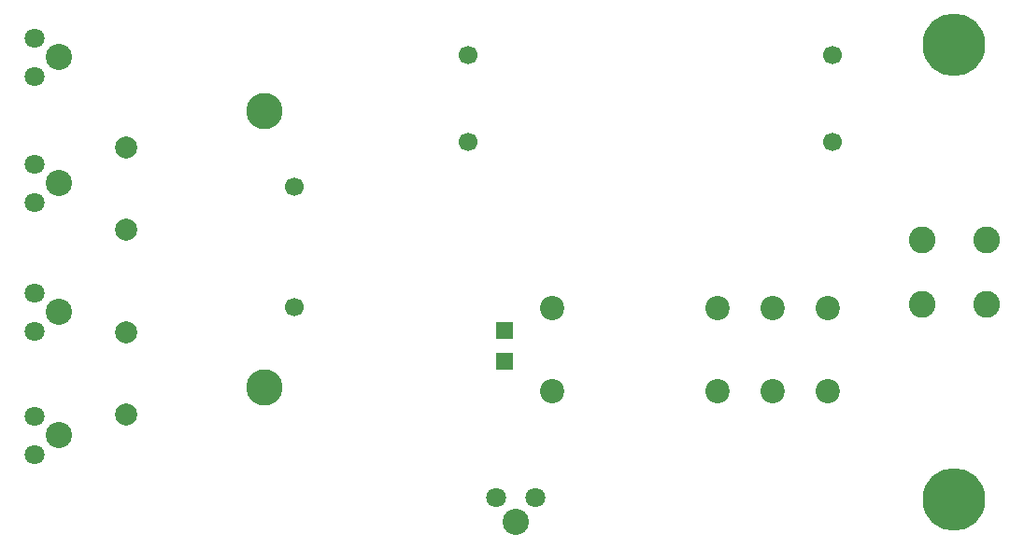
<source format=gbr>
G04 #@! TF.FileFunction,Soldermask,Top*
%FSLAX46Y46*%
G04 Gerber Fmt 4.6, Leading zero omitted, Abs format (unit mm)*
G04 Created by KiCad (PCBNEW 4.0.7-e2-6376~58~ubuntu16.04.1) date Sun Feb  4 09:06:46 2018*
%MOMM*%
%LPD*%
G01*
G04 APERTURE LIST*
%ADD10C,0.100000*%
%ADD11C,2.200000*%
%ADD12R,1.600000X1.600000*%
%ADD13C,2.000000*%
%ADD14C,1.797000*%
%ADD15C,2.381000*%
%ADD16C,1.700000*%
%ADD17C,3.300000*%
%ADD18C,2.420000*%
%ADD19C,5.680000*%
G04 APERTURE END LIST*
D10*
D11*
X172908000Y-56254000D03*
X172908000Y-63754000D03*
X167908000Y-63754000D03*
X152908000Y-63754000D03*
X152908000Y-56254000D03*
X167908000Y-56254000D03*
X177908000Y-63754000D03*
X177908000Y-56254000D03*
D12*
X148590000Y-58290000D03*
X148590000Y-61090000D03*
D13*
X114300000Y-58420000D03*
X114290000Y-65920000D03*
X114300000Y-41656000D03*
X114290000Y-49156000D03*
D14*
X106000000Y-66040000D03*
X106000000Y-69540000D03*
D15*
X108230000Y-67790000D03*
D14*
X151384000Y-73406000D03*
X147884000Y-73406000D03*
D15*
X149634000Y-75636000D03*
D16*
X178308000Y-41148000D03*
X145308000Y-41148000D03*
X178308000Y-33274000D03*
X145308000Y-33274000D03*
D14*
X106000000Y-31750000D03*
X106000000Y-35250000D03*
D15*
X108230000Y-33500000D03*
D14*
X106000000Y-43180000D03*
X106000000Y-46680000D03*
D15*
X108230000Y-44930000D03*
D14*
X106000000Y-54864000D03*
X106000000Y-58364000D03*
D15*
X108230000Y-56614000D03*
D16*
X129540000Y-56134000D03*
X129540000Y-45234000D03*
D17*
X126870000Y-63447000D03*
X126870000Y-38407000D03*
D18*
X186436000Y-55880000D03*
X186436000Y-50040000D03*
X192286000Y-50040000D03*
X192286000Y-55880000D03*
D19*
X189366000Y-32350000D03*
X189366000Y-73570000D03*
M02*

</source>
